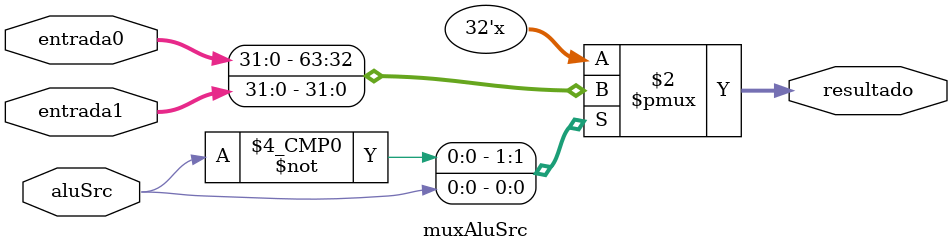
<source format=v>
module muxAluSrc(
		input aluSrc,
		input [31:0] entrada0,
		input [31:0] entrada1,
		output reg [31:0] resultado
	);
	
	always @(*)
		begin
			resultado= 32'h00000000;
			case(aluSrc)
				1'b0: resultado <= entrada0;
				1'b1: resultado <= entrada1;
			endcase
		end 
endmodule
</source>
